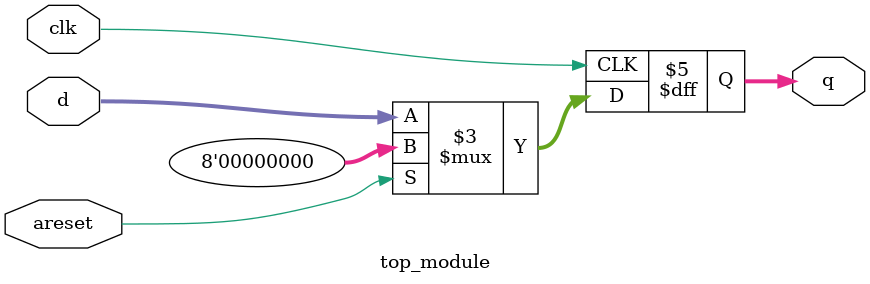
<source format=sv>
module top_module(
  input clk,
  input [7:0] d,
  input areset,
  output reg [7:0] q
);

  // Declaring D flip-flop instances
  reg [7:0] dff_0, dff_1, dff_2, dff_3, dff_4, dff_5, dff_6, dff_7;
  
  // Positive edge clock trigger
  always @(posedge clk) begin
    if (areset) begin
      // Resetting output to 0
      q <= 0;
    end else begin
      // Updating output based on input
      q <= d;
    end
  end

endmodule

</source>
